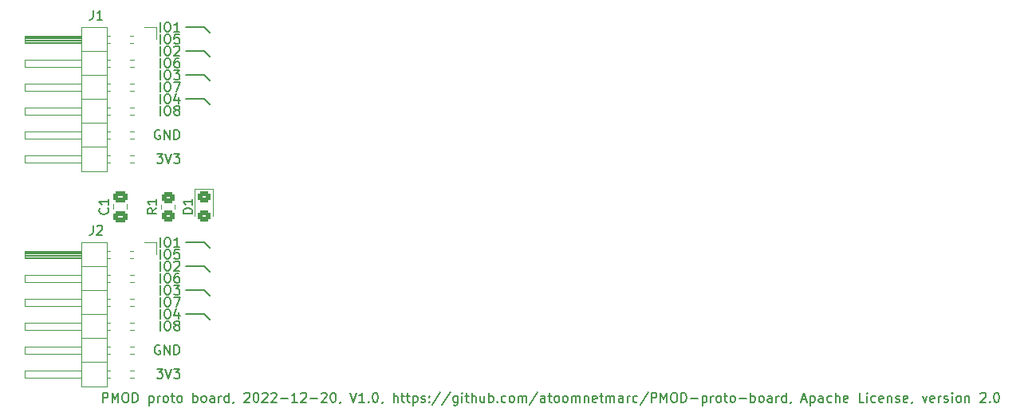
<source format=gto>
G04 #@! TF.GenerationSoftware,KiCad,Pcbnew,(6.0.9)*
G04 #@! TF.CreationDate,2022-11-21T20:36:18+01:00*
G04 #@! TF.ProjectId,PMOD proto board,504d4f44-2070-4726-9f74-6f20626f6172,V1.0*
G04 #@! TF.SameCoordinates,Original*
G04 #@! TF.FileFunction,Legend,Top*
G04 #@! TF.FilePolarity,Positive*
%FSLAX46Y46*%
G04 Gerber Fmt 4.6, Leading zero omitted, Abs format (unit mm)*
G04 Created by KiCad (PCBNEW (6.0.9)) date 2022-11-21 20:36:18*
%MOMM*%
%LPD*%
G01*
G04 APERTURE LIST*
G04 Aperture macros list*
%AMRoundRect*
0 Rectangle with rounded corners*
0 $1 Rounding radius*
0 $2 $3 $4 $5 $6 $7 $8 $9 X,Y pos of 4 corners*
0 Add a 4 corners polygon primitive as box body*
4,1,4,$2,$3,$4,$5,$6,$7,$8,$9,$2,$3,0*
0 Add four circle primitives for the rounded corners*
1,1,$1+$1,$2,$3*
1,1,$1+$1,$4,$5*
1,1,$1+$1,$6,$7*
1,1,$1+$1,$8,$9*
0 Add four rect primitives between the rounded corners*
20,1,$1+$1,$2,$3,$4,$5,0*
20,1,$1+$1,$4,$5,$6,$7,0*
20,1,$1+$1,$6,$7,$8,$9,0*
20,1,$1+$1,$8,$9,$2,$3,0*%
G04 Aperture macros list end*
%ADD10C,0.150000*%
%ADD11C,0.120000*%
%ADD12RoundRect,0.250000X0.450000X-0.350000X0.450000X0.350000X-0.450000X0.350000X-0.450000X-0.350000X0*%
%ADD13RoundRect,0.250000X-0.450000X0.325000X-0.450000X-0.325000X0.450000X-0.325000X0.450000X0.325000X0*%
%ADD14RoundRect,0.250000X0.475000X-0.337500X0.475000X0.337500X-0.475000X0.337500X-0.475000X-0.337500X0*%
%ADD15C,1.700000*%
%ADD16C,2.000000*%
%ADD17R,1.700000X1.700000*%
%ADD18O,1.700000X1.700000*%
G04 APERTURE END LIST*
D10*
X179705000Y-133350000D02*
X181610000Y-133350000D01*
X179705000Y-130810000D02*
X181610000Y-130810000D01*
X181610000Y-130810000D02*
X182880000Y-132080000D01*
X181610000Y-135890000D02*
X182880000Y-137160000D01*
X181610000Y-133350000D02*
X182880000Y-134620000D01*
X181610000Y-138430000D02*
X182880000Y-139700000D01*
X179705000Y-138430000D02*
X181610000Y-138430000D01*
X179705000Y-135890000D02*
X181610000Y-135890000D01*
X176940785Y-141740000D02*
X176845547Y-141692380D01*
X176702690Y-141692380D01*
X176559833Y-141740000D01*
X176464595Y-141835238D01*
X176416976Y-141930476D01*
X176369357Y-142120952D01*
X176369357Y-142263809D01*
X176416976Y-142454285D01*
X176464595Y-142549523D01*
X176559833Y-142644761D01*
X176702690Y-142692380D01*
X176797928Y-142692380D01*
X176940785Y-142644761D01*
X176988404Y-142597142D01*
X176988404Y-142263809D01*
X176797928Y-142263809D01*
X177416976Y-142692380D02*
X177416976Y-141692380D01*
X177988404Y-142692380D01*
X177988404Y-141692380D01*
X178464595Y-142692380D02*
X178464595Y-141692380D01*
X178702690Y-141692380D01*
X178845547Y-141740000D01*
X178940785Y-141835238D01*
X178988404Y-141930476D01*
X179036023Y-142120952D01*
X179036023Y-142263809D01*
X178988404Y-142454285D01*
X178940785Y-142549523D01*
X178845547Y-142644761D01*
X178702690Y-142692380D01*
X178464595Y-142692380D01*
X176607452Y-144232380D02*
X177226500Y-144232380D01*
X176893166Y-144613333D01*
X177036023Y-144613333D01*
X177131261Y-144660952D01*
X177178880Y-144708571D01*
X177226500Y-144803809D01*
X177226500Y-145041904D01*
X177178880Y-145137142D01*
X177131261Y-145184761D01*
X177036023Y-145232380D01*
X176750309Y-145232380D01*
X176655071Y-145184761D01*
X176607452Y-145137142D01*
X177512214Y-144232380D02*
X177845547Y-145232380D01*
X178178880Y-144232380D01*
X178416976Y-144232380D02*
X179036023Y-144232380D01*
X178702690Y-144613333D01*
X178845547Y-144613333D01*
X178940785Y-144660952D01*
X178988404Y-144708571D01*
X179036023Y-144803809D01*
X179036023Y-145041904D01*
X178988404Y-145137142D01*
X178940785Y-145184761D01*
X178845547Y-145232380D01*
X178559833Y-145232380D01*
X178464595Y-145184761D01*
X178416976Y-145137142D01*
X176988404Y-138882380D02*
X176988404Y-137882380D01*
X177655071Y-137882380D02*
X177845547Y-137882380D01*
X177940785Y-137930000D01*
X178036023Y-138025238D01*
X178083642Y-138215714D01*
X178083642Y-138549047D01*
X178036023Y-138739523D01*
X177940785Y-138834761D01*
X177845547Y-138882380D01*
X177655071Y-138882380D01*
X177559833Y-138834761D01*
X177464595Y-138739523D01*
X177416976Y-138549047D01*
X177416976Y-138215714D01*
X177464595Y-138025238D01*
X177559833Y-137930000D01*
X177655071Y-137882380D01*
X178940785Y-138215714D02*
X178940785Y-138882380D01*
X178702690Y-137834761D02*
X178464595Y-138549047D01*
X179083642Y-138549047D01*
X176988404Y-140152380D02*
X176988404Y-139152380D01*
X177655071Y-139152380D02*
X177845547Y-139152380D01*
X177940785Y-139200000D01*
X178036023Y-139295238D01*
X178083642Y-139485714D01*
X178083642Y-139819047D01*
X178036023Y-140009523D01*
X177940785Y-140104761D01*
X177845547Y-140152380D01*
X177655071Y-140152380D01*
X177559833Y-140104761D01*
X177464595Y-140009523D01*
X177416976Y-139819047D01*
X177416976Y-139485714D01*
X177464595Y-139295238D01*
X177559833Y-139200000D01*
X177655071Y-139152380D01*
X178655071Y-139580952D02*
X178559833Y-139533333D01*
X178512214Y-139485714D01*
X178464595Y-139390476D01*
X178464595Y-139342857D01*
X178512214Y-139247619D01*
X178559833Y-139200000D01*
X178655071Y-139152380D01*
X178845547Y-139152380D01*
X178940785Y-139200000D01*
X178988404Y-139247619D01*
X179036023Y-139342857D01*
X179036023Y-139390476D01*
X178988404Y-139485714D01*
X178940785Y-139533333D01*
X178845547Y-139580952D01*
X178655071Y-139580952D01*
X178559833Y-139628571D01*
X178512214Y-139676190D01*
X178464595Y-139771428D01*
X178464595Y-139961904D01*
X178512214Y-140057142D01*
X178559833Y-140104761D01*
X178655071Y-140152380D01*
X178845547Y-140152380D01*
X178940785Y-140104761D01*
X178988404Y-140057142D01*
X179036023Y-139961904D01*
X179036023Y-139771428D01*
X178988404Y-139676190D01*
X178940785Y-139628571D01*
X178845547Y-139580952D01*
X176988404Y-133802380D02*
X176988404Y-132802380D01*
X177655071Y-132802380D02*
X177845547Y-132802380D01*
X177940785Y-132850000D01*
X178036023Y-132945238D01*
X178083642Y-133135714D01*
X178083642Y-133469047D01*
X178036023Y-133659523D01*
X177940785Y-133754761D01*
X177845547Y-133802380D01*
X177655071Y-133802380D01*
X177559833Y-133754761D01*
X177464595Y-133659523D01*
X177416976Y-133469047D01*
X177416976Y-133135714D01*
X177464595Y-132945238D01*
X177559833Y-132850000D01*
X177655071Y-132802380D01*
X178464595Y-132897619D02*
X178512214Y-132850000D01*
X178607452Y-132802380D01*
X178845547Y-132802380D01*
X178940785Y-132850000D01*
X178988404Y-132897619D01*
X179036023Y-132992857D01*
X179036023Y-133088095D01*
X178988404Y-133230952D01*
X178416976Y-133802380D01*
X179036023Y-133802380D01*
X176988404Y-135072380D02*
X176988404Y-134072380D01*
X177655071Y-134072380D02*
X177845547Y-134072380D01*
X177940785Y-134120000D01*
X178036023Y-134215238D01*
X178083642Y-134405714D01*
X178083642Y-134739047D01*
X178036023Y-134929523D01*
X177940785Y-135024761D01*
X177845547Y-135072380D01*
X177655071Y-135072380D01*
X177559833Y-135024761D01*
X177464595Y-134929523D01*
X177416976Y-134739047D01*
X177416976Y-134405714D01*
X177464595Y-134215238D01*
X177559833Y-134120000D01*
X177655071Y-134072380D01*
X178940785Y-134072380D02*
X178750309Y-134072380D01*
X178655071Y-134120000D01*
X178607452Y-134167619D01*
X178512214Y-134310476D01*
X178464595Y-134500952D01*
X178464595Y-134881904D01*
X178512214Y-134977142D01*
X178559833Y-135024761D01*
X178655071Y-135072380D01*
X178845547Y-135072380D01*
X178940785Y-135024761D01*
X178988404Y-134977142D01*
X179036023Y-134881904D01*
X179036023Y-134643809D01*
X178988404Y-134548571D01*
X178940785Y-134500952D01*
X178845547Y-134453333D01*
X178655071Y-134453333D01*
X178559833Y-134500952D01*
X178512214Y-134548571D01*
X178464595Y-134643809D01*
X176988404Y-137612380D02*
X176988404Y-136612380D01*
X177655071Y-136612380D02*
X177845547Y-136612380D01*
X177940785Y-136660000D01*
X178036023Y-136755238D01*
X178083642Y-136945714D01*
X178083642Y-137279047D01*
X178036023Y-137469523D01*
X177940785Y-137564761D01*
X177845547Y-137612380D01*
X177655071Y-137612380D01*
X177559833Y-137564761D01*
X177464595Y-137469523D01*
X177416976Y-137279047D01*
X177416976Y-136945714D01*
X177464595Y-136755238D01*
X177559833Y-136660000D01*
X177655071Y-136612380D01*
X178416976Y-136612380D02*
X179083642Y-136612380D01*
X178655071Y-137612380D01*
X176988404Y-136342380D02*
X176988404Y-135342380D01*
X177655071Y-135342380D02*
X177845547Y-135342380D01*
X177940785Y-135390000D01*
X178036023Y-135485238D01*
X178083642Y-135675714D01*
X178083642Y-136009047D01*
X178036023Y-136199523D01*
X177940785Y-136294761D01*
X177845547Y-136342380D01*
X177655071Y-136342380D01*
X177559833Y-136294761D01*
X177464595Y-136199523D01*
X177416976Y-136009047D01*
X177416976Y-135675714D01*
X177464595Y-135485238D01*
X177559833Y-135390000D01*
X177655071Y-135342380D01*
X178416976Y-135342380D02*
X179036023Y-135342380D01*
X178702690Y-135723333D01*
X178845547Y-135723333D01*
X178940785Y-135770952D01*
X178988404Y-135818571D01*
X179036023Y-135913809D01*
X179036023Y-136151904D01*
X178988404Y-136247142D01*
X178940785Y-136294761D01*
X178845547Y-136342380D01*
X178559833Y-136342380D01*
X178464595Y-136294761D01*
X178416976Y-136247142D01*
X176988404Y-131262380D02*
X176988404Y-130262380D01*
X177655071Y-130262380D02*
X177845547Y-130262380D01*
X177940785Y-130310000D01*
X178036023Y-130405238D01*
X178083642Y-130595714D01*
X178083642Y-130929047D01*
X178036023Y-131119523D01*
X177940785Y-131214761D01*
X177845547Y-131262380D01*
X177655071Y-131262380D01*
X177559833Y-131214761D01*
X177464595Y-131119523D01*
X177416976Y-130929047D01*
X177416976Y-130595714D01*
X177464595Y-130405238D01*
X177559833Y-130310000D01*
X177655071Y-130262380D01*
X179036023Y-131262380D02*
X178464595Y-131262380D01*
X178750309Y-131262380D02*
X178750309Y-130262380D01*
X178655071Y-130405238D01*
X178559833Y-130500476D01*
X178464595Y-130548095D01*
X176988404Y-132532380D02*
X176988404Y-131532380D01*
X177655071Y-131532380D02*
X177845547Y-131532380D01*
X177940785Y-131580000D01*
X178036023Y-131675238D01*
X178083642Y-131865714D01*
X178083642Y-132199047D01*
X178036023Y-132389523D01*
X177940785Y-132484761D01*
X177845547Y-132532380D01*
X177655071Y-132532380D01*
X177559833Y-132484761D01*
X177464595Y-132389523D01*
X177416976Y-132199047D01*
X177416976Y-131865714D01*
X177464595Y-131675238D01*
X177559833Y-131580000D01*
X177655071Y-131532380D01*
X178988404Y-131532380D02*
X178512214Y-131532380D01*
X178464595Y-132008571D01*
X178512214Y-131960952D01*
X178607452Y-131913333D01*
X178845547Y-131913333D01*
X178940785Y-131960952D01*
X178988404Y-132008571D01*
X179036023Y-132103809D01*
X179036023Y-132341904D01*
X178988404Y-132437142D01*
X178940785Y-132484761D01*
X178845547Y-132532380D01*
X178607452Y-132532380D01*
X178512214Y-132484761D01*
X178464595Y-132437142D01*
X170868571Y-147772380D02*
X170868571Y-146772380D01*
X171249523Y-146772380D01*
X171344761Y-146820000D01*
X171392380Y-146867619D01*
X171440000Y-146962857D01*
X171440000Y-147105714D01*
X171392380Y-147200952D01*
X171344761Y-147248571D01*
X171249523Y-147296190D01*
X170868571Y-147296190D01*
X171868571Y-147772380D02*
X171868571Y-146772380D01*
X172201904Y-147486666D01*
X172535238Y-146772380D01*
X172535238Y-147772380D01*
X173201904Y-146772380D02*
X173392380Y-146772380D01*
X173487619Y-146820000D01*
X173582857Y-146915238D01*
X173630476Y-147105714D01*
X173630476Y-147439047D01*
X173582857Y-147629523D01*
X173487619Y-147724761D01*
X173392380Y-147772380D01*
X173201904Y-147772380D01*
X173106666Y-147724761D01*
X173011428Y-147629523D01*
X172963809Y-147439047D01*
X172963809Y-147105714D01*
X173011428Y-146915238D01*
X173106666Y-146820000D01*
X173201904Y-146772380D01*
X174059047Y-147772380D02*
X174059047Y-146772380D01*
X174297142Y-146772380D01*
X174440000Y-146820000D01*
X174535238Y-146915238D01*
X174582857Y-147010476D01*
X174630476Y-147200952D01*
X174630476Y-147343809D01*
X174582857Y-147534285D01*
X174535238Y-147629523D01*
X174440000Y-147724761D01*
X174297142Y-147772380D01*
X174059047Y-147772380D01*
X175820952Y-147105714D02*
X175820952Y-148105714D01*
X175820952Y-147153333D02*
X175916190Y-147105714D01*
X176106666Y-147105714D01*
X176201904Y-147153333D01*
X176249523Y-147200952D01*
X176297142Y-147296190D01*
X176297142Y-147581904D01*
X176249523Y-147677142D01*
X176201904Y-147724761D01*
X176106666Y-147772380D01*
X175916190Y-147772380D01*
X175820952Y-147724761D01*
X176725714Y-147772380D02*
X176725714Y-147105714D01*
X176725714Y-147296190D02*
X176773333Y-147200952D01*
X176820952Y-147153333D01*
X176916190Y-147105714D01*
X177011428Y-147105714D01*
X177487619Y-147772380D02*
X177392380Y-147724761D01*
X177344761Y-147677142D01*
X177297142Y-147581904D01*
X177297142Y-147296190D01*
X177344761Y-147200952D01*
X177392380Y-147153333D01*
X177487619Y-147105714D01*
X177630476Y-147105714D01*
X177725714Y-147153333D01*
X177773333Y-147200952D01*
X177820952Y-147296190D01*
X177820952Y-147581904D01*
X177773333Y-147677142D01*
X177725714Y-147724761D01*
X177630476Y-147772380D01*
X177487619Y-147772380D01*
X178106666Y-147105714D02*
X178487619Y-147105714D01*
X178249523Y-146772380D02*
X178249523Y-147629523D01*
X178297142Y-147724761D01*
X178392380Y-147772380D01*
X178487619Y-147772380D01*
X178963809Y-147772380D02*
X178868571Y-147724761D01*
X178820952Y-147677142D01*
X178773333Y-147581904D01*
X178773333Y-147296190D01*
X178820952Y-147200952D01*
X178868571Y-147153333D01*
X178963809Y-147105714D01*
X179106666Y-147105714D01*
X179201904Y-147153333D01*
X179249523Y-147200952D01*
X179297142Y-147296190D01*
X179297142Y-147581904D01*
X179249523Y-147677142D01*
X179201904Y-147724761D01*
X179106666Y-147772380D01*
X178963809Y-147772380D01*
X180487619Y-147772380D02*
X180487619Y-146772380D01*
X180487619Y-147153333D02*
X180582857Y-147105714D01*
X180773333Y-147105714D01*
X180868571Y-147153333D01*
X180916190Y-147200952D01*
X180963809Y-147296190D01*
X180963809Y-147581904D01*
X180916190Y-147677142D01*
X180868571Y-147724761D01*
X180773333Y-147772380D01*
X180582857Y-147772380D01*
X180487619Y-147724761D01*
X181535238Y-147772380D02*
X181440000Y-147724761D01*
X181392380Y-147677142D01*
X181344761Y-147581904D01*
X181344761Y-147296190D01*
X181392380Y-147200952D01*
X181440000Y-147153333D01*
X181535238Y-147105714D01*
X181678095Y-147105714D01*
X181773333Y-147153333D01*
X181820952Y-147200952D01*
X181868571Y-147296190D01*
X181868571Y-147581904D01*
X181820952Y-147677142D01*
X181773333Y-147724761D01*
X181678095Y-147772380D01*
X181535238Y-147772380D01*
X182725714Y-147772380D02*
X182725714Y-147248571D01*
X182678095Y-147153333D01*
X182582857Y-147105714D01*
X182392380Y-147105714D01*
X182297142Y-147153333D01*
X182725714Y-147724761D02*
X182630476Y-147772380D01*
X182392380Y-147772380D01*
X182297142Y-147724761D01*
X182249523Y-147629523D01*
X182249523Y-147534285D01*
X182297142Y-147439047D01*
X182392380Y-147391428D01*
X182630476Y-147391428D01*
X182725714Y-147343809D01*
X183201904Y-147772380D02*
X183201904Y-147105714D01*
X183201904Y-147296190D02*
X183249523Y-147200952D01*
X183297142Y-147153333D01*
X183392380Y-147105714D01*
X183487619Y-147105714D01*
X184249523Y-147772380D02*
X184249523Y-146772380D01*
X184249523Y-147724761D02*
X184154285Y-147772380D01*
X183963809Y-147772380D01*
X183868571Y-147724761D01*
X183820952Y-147677142D01*
X183773333Y-147581904D01*
X183773333Y-147296190D01*
X183820952Y-147200952D01*
X183868571Y-147153333D01*
X183963809Y-147105714D01*
X184154285Y-147105714D01*
X184249523Y-147153333D01*
X184773333Y-147724761D02*
X184773333Y-147772380D01*
X184725714Y-147867619D01*
X184678095Y-147915238D01*
X185916190Y-146867619D02*
X185963809Y-146820000D01*
X186059047Y-146772380D01*
X186297142Y-146772380D01*
X186392380Y-146820000D01*
X186440000Y-146867619D01*
X186487619Y-146962857D01*
X186487619Y-147058095D01*
X186440000Y-147200952D01*
X185868571Y-147772380D01*
X186487619Y-147772380D01*
X187106666Y-146772380D02*
X187201904Y-146772380D01*
X187297142Y-146820000D01*
X187344761Y-146867619D01*
X187392380Y-146962857D01*
X187440000Y-147153333D01*
X187440000Y-147391428D01*
X187392380Y-147581904D01*
X187344761Y-147677142D01*
X187297142Y-147724761D01*
X187201904Y-147772380D01*
X187106666Y-147772380D01*
X187011428Y-147724761D01*
X186963809Y-147677142D01*
X186916190Y-147581904D01*
X186868571Y-147391428D01*
X186868571Y-147153333D01*
X186916190Y-146962857D01*
X186963809Y-146867619D01*
X187011428Y-146820000D01*
X187106666Y-146772380D01*
X187820952Y-146867619D02*
X187868571Y-146820000D01*
X187963809Y-146772380D01*
X188201904Y-146772380D01*
X188297142Y-146820000D01*
X188344761Y-146867619D01*
X188392380Y-146962857D01*
X188392380Y-147058095D01*
X188344761Y-147200952D01*
X187773333Y-147772380D01*
X188392380Y-147772380D01*
X188773333Y-146867619D02*
X188820952Y-146820000D01*
X188916190Y-146772380D01*
X189154285Y-146772380D01*
X189249523Y-146820000D01*
X189297142Y-146867619D01*
X189344761Y-146962857D01*
X189344761Y-147058095D01*
X189297142Y-147200952D01*
X188725714Y-147772380D01*
X189344761Y-147772380D01*
X189773333Y-147391428D02*
X190535238Y-147391428D01*
X191535238Y-147772380D02*
X190963809Y-147772380D01*
X191249523Y-147772380D02*
X191249523Y-146772380D01*
X191154285Y-146915238D01*
X191059047Y-147010476D01*
X190963809Y-147058095D01*
X191916190Y-146867619D02*
X191963809Y-146820000D01*
X192059047Y-146772380D01*
X192297142Y-146772380D01*
X192392380Y-146820000D01*
X192440000Y-146867619D01*
X192487619Y-146962857D01*
X192487619Y-147058095D01*
X192440000Y-147200952D01*
X191868571Y-147772380D01*
X192487619Y-147772380D01*
X192916190Y-147391428D02*
X193678095Y-147391428D01*
X194106666Y-146867619D02*
X194154285Y-146820000D01*
X194249523Y-146772380D01*
X194487619Y-146772380D01*
X194582857Y-146820000D01*
X194630476Y-146867619D01*
X194678095Y-146962857D01*
X194678095Y-147058095D01*
X194630476Y-147200952D01*
X194059047Y-147772380D01*
X194678095Y-147772380D01*
X195297142Y-146772380D02*
X195392380Y-146772380D01*
X195487619Y-146820000D01*
X195535238Y-146867619D01*
X195582857Y-146962857D01*
X195630476Y-147153333D01*
X195630476Y-147391428D01*
X195582857Y-147581904D01*
X195535238Y-147677142D01*
X195487619Y-147724761D01*
X195392380Y-147772380D01*
X195297142Y-147772380D01*
X195201904Y-147724761D01*
X195154285Y-147677142D01*
X195106666Y-147581904D01*
X195059047Y-147391428D01*
X195059047Y-147153333D01*
X195106666Y-146962857D01*
X195154285Y-146867619D01*
X195201904Y-146820000D01*
X195297142Y-146772380D01*
X196106666Y-147724761D02*
X196106666Y-147772380D01*
X196059047Y-147867619D01*
X196011428Y-147915238D01*
X197154285Y-146772380D02*
X197487619Y-147772380D01*
X197820952Y-146772380D01*
X198678095Y-147772380D02*
X198106666Y-147772380D01*
X198392380Y-147772380D02*
X198392380Y-146772380D01*
X198297142Y-146915238D01*
X198201904Y-147010476D01*
X198106666Y-147058095D01*
X199106666Y-147677142D02*
X199154285Y-147724761D01*
X199106666Y-147772380D01*
X199059047Y-147724761D01*
X199106666Y-147677142D01*
X199106666Y-147772380D01*
X199773333Y-146772380D02*
X199868571Y-146772380D01*
X199963809Y-146820000D01*
X200011428Y-146867619D01*
X200059047Y-146962857D01*
X200106666Y-147153333D01*
X200106666Y-147391428D01*
X200059047Y-147581904D01*
X200011428Y-147677142D01*
X199963809Y-147724761D01*
X199868571Y-147772380D01*
X199773333Y-147772380D01*
X199678095Y-147724761D01*
X199630476Y-147677142D01*
X199582857Y-147581904D01*
X199535238Y-147391428D01*
X199535238Y-147153333D01*
X199582857Y-146962857D01*
X199630476Y-146867619D01*
X199678095Y-146820000D01*
X199773333Y-146772380D01*
X200582857Y-147724761D02*
X200582857Y-147772380D01*
X200535238Y-147867619D01*
X200487619Y-147915238D01*
X201773333Y-147772380D02*
X201773333Y-146772380D01*
X202201904Y-147772380D02*
X202201904Y-147248571D01*
X202154285Y-147153333D01*
X202059047Y-147105714D01*
X201916190Y-147105714D01*
X201820952Y-147153333D01*
X201773333Y-147200952D01*
X202535238Y-147105714D02*
X202916190Y-147105714D01*
X202678095Y-146772380D02*
X202678095Y-147629523D01*
X202725714Y-147724761D01*
X202820952Y-147772380D01*
X202916190Y-147772380D01*
X203106666Y-147105714D02*
X203487619Y-147105714D01*
X203249523Y-146772380D02*
X203249523Y-147629523D01*
X203297142Y-147724761D01*
X203392380Y-147772380D01*
X203487619Y-147772380D01*
X203820952Y-147105714D02*
X203820952Y-148105714D01*
X203820952Y-147153333D02*
X203916190Y-147105714D01*
X204106666Y-147105714D01*
X204201904Y-147153333D01*
X204249523Y-147200952D01*
X204297142Y-147296190D01*
X204297142Y-147581904D01*
X204249523Y-147677142D01*
X204201904Y-147724761D01*
X204106666Y-147772380D01*
X203916190Y-147772380D01*
X203820952Y-147724761D01*
X204678095Y-147724761D02*
X204773333Y-147772380D01*
X204963809Y-147772380D01*
X205059047Y-147724761D01*
X205106666Y-147629523D01*
X205106666Y-147581904D01*
X205059047Y-147486666D01*
X204963809Y-147439047D01*
X204820952Y-147439047D01*
X204725714Y-147391428D01*
X204678095Y-147296190D01*
X204678095Y-147248571D01*
X204725714Y-147153333D01*
X204820952Y-147105714D01*
X204963809Y-147105714D01*
X205059047Y-147153333D01*
X205535238Y-147677142D02*
X205582857Y-147724761D01*
X205535238Y-147772380D01*
X205487619Y-147724761D01*
X205535238Y-147677142D01*
X205535238Y-147772380D01*
X205535238Y-147153333D02*
X205582857Y-147200952D01*
X205535238Y-147248571D01*
X205487619Y-147200952D01*
X205535238Y-147153333D01*
X205535238Y-147248571D01*
X206725714Y-146724761D02*
X205868571Y-148010476D01*
X207773333Y-146724761D02*
X206916190Y-148010476D01*
X208535238Y-147105714D02*
X208535238Y-147915238D01*
X208487619Y-148010476D01*
X208440000Y-148058095D01*
X208344761Y-148105714D01*
X208201904Y-148105714D01*
X208106666Y-148058095D01*
X208535238Y-147724761D02*
X208440000Y-147772380D01*
X208249523Y-147772380D01*
X208154285Y-147724761D01*
X208106666Y-147677142D01*
X208059047Y-147581904D01*
X208059047Y-147296190D01*
X208106666Y-147200952D01*
X208154285Y-147153333D01*
X208249523Y-147105714D01*
X208440000Y-147105714D01*
X208535238Y-147153333D01*
X209011428Y-147772380D02*
X209011428Y-147105714D01*
X209011428Y-146772380D02*
X208963809Y-146820000D01*
X209011428Y-146867619D01*
X209059047Y-146820000D01*
X209011428Y-146772380D01*
X209011428Y-146867619D01*
X209344761Y-147105714D02*
X209725714Y-147105714D01*
X209487619Y-146772380D02*
X209487619Y-147629523D01*
X209535238Y-147724761D01*
X209630476Y-147772380D01*
X209725714Y-147772380D01*
X210059047Y-147772380D02*
X210059047Y-146772380D01*
X210487619Y-147772380D02*
X210487619Y-147248571D01*
X210440000Y-147153333D01*
X210344761Y-147105714D01*
X210201904Y-147105714D01*
X210106666Y-147153333D01*
X210059047Y-147200952D01*
X211392380Y-147105714D02*
X211392380Y-147772380D01*
X210963809Y-147105714D02*
X210963809Y-147629523D01*
X211011428Y-147724761D01*
X211106666Y-147772380D01*
X211249523Y-147772380D01*
X211344761Y-147724761D01*
X211392380Y-147677142D01*
X211868571Y-147772380D02*
X211868571Y-146772380D01*
X211868571Y-147153333D02*
X211963809Y-147105714D01*
X212154285Y-147105714D01*
X212249523Y-147153333D01*
X212297142Y-147200952D01*
X212344761Y-147296190D01*
X212344761Y-147581904D01*
X212297142Y-147677142D01*
X212249523Y-147724761D01*
X212154285Y-147772380D01*
X211963809Y-147772380D01*
X211868571Y-147724761D01*
X212773333Y-147677142D02*
X212820952Y-147724761D01*
X212773333Y-147772380D01*
X212725714Y-147724761D01*
X212773333Y-147677142D01*
X212773333Y-147772380D01*
X213678095Y-147724761D02*
X213582857Y-147772380D01*
X213392380Y-147772380D01*
X213297142Y-147724761D01*
X213249523Y-147677142D01*
X213201904Y-147581904D01*
X213201904Y-147296190D01*
X213249523Y-147200952D01*
X213297142Y-147153333D01*
X213392380Y-147105714D01*
X213582857Y-147105714D01*
X213678095Y-147153333D01*
X214249523Y-147772380D02*
X214154285Y-147724761D01*
X214106666Y-147677142D01*
X214059047Y-147581904D01*
X214059047Y-147296190D01*
X214106666Y-147200952D01*
X214154285Y-147153333D01*
X214249523Y-147105714D01*
X214392380Y-147105714D01*
X214487619Y-147153333D01*
X214535238Y-147200952D01*
X214582857Y-147296190D01*
X214582857Y-147581904D01*
X214535238Y-147677142D01*
X214487619Y-147724761D01*
X214392380Y-147772380D01*
X214249523Y-147772380D01*
X215011428Y-147772380D02*
X215011428Y-147105714D01*
X215011428Y-147200952D02*
X215059047Y-147153333D01*
X215154285Y-147105714D01*
X215297142Y-147105714D01*
X215392380Y-147153333D01*
X215440000Y-147248571D01*
X215440000Y-147772380D01*
X215440000Y-147248571D02*
X215487619Y-147153333D01*
X215582857Y-147105714D01*
X215725714Y-147105714D01*
X215820952Y-147153333D01*
X215868571Y-147248571D01*
X215868571Y-147772380D01*
X217059047Y-146724761D02*
X216201904Y-148010476D01*
X217820952Y-147772380D02*
X217820952Y-147248571D01*
X217773333Y-147153333D01*
X217678095Y-147105714D01*
X217487619Y-147105714D01*
X217392380Y-147153333D01*
X217820952Y-147724761D02*
X217725714Y-147772380D01*
X217487619Y-147772380D01*
X217392380Y-147724761D01*
X217344761Y-147629523D01*
X217344761Y-147534285D01*
X217392380Y-147439047D01*
X217487619Y-147391428D01*
X217725714Y-147391428D01*
X217820952Y-147343809D01*
X218154285Y-147105714D02*
X218535238Y-147105714D01*
X218297142Y-146772380D02*
X218297142Y-147629523D01*
X218344761Y-147724761D01*
X218440000Y-147772380D01*
X218535238Y-147772380D01*
X219011428Y-147772380D02*
X218916190Y-147724761D01*
X218868571Y-147677142D01*
X218820952Y-147581904D01*
X218820952Y-147296190D01*
X218868571Y-147200952D01*
X218916190Y-147153333D01*
X219011428Y-147105714D01*
X219154285Y-147105714D01*
X219249523Y-147153333D01*
X219297142Y-147200952D01*
X219344761Y-147296190D01*
X219344761Y-147581904D01*
X219297142Y-147677142D01*
X219249523Y-147724761D01*
X219154285Y-147772380D01*
X219011428Y-147772380D01*
X219916190Y-147772380D02*
X219820952Y-147724761D01*
X219773333Y-147677142D01*
X219725714Y-147581904D01*
X219725714Y-147296190D01*
X219773333Y-147200952D01*
X219820952Y-147153333D01*
X219916190Y-147105714D01*
X220059047Y-147105714D01*
X220154285Y-147153333D01*
X220201904Y-147200952D01*
X220249523Y-147296190D01*
X220249523Y-147581904D01*
X220201904Y-147677142D01*
X220154285Y-147724761D01*
X220059047Y-147772380D01*
X219916190Y-147772380D01*
X220678095Y-147772380D02*
X220678095Y-147105714D01*
X220678095Y-147200952D02*
X220725714Y-147153333D01*
X220820952Y-147105714D01*
X220963809Y-147105714D01*
X221059047Y-147153333D01*
X221106666Y-147248571D01*
X221106666Y-147772380D01*
X221106666Y-147248571D02*
X221154285Y-147153333D01*
X221249523Y-147105714D01*
X221392380Y-147105714D01*
X221487619Y-147153333D01*
X221535238Y-147248571D01*
X221535238Y-147772380D01*
X222011428Y-147105714D02*
X222011428Y-147772380D01*
X222011428Y-147200952D02*
X222059047Y-147153333D01*
X222154285Y-147105714D01*
X222297142Y-147105714D01*
X222392380Y-147153333D01*
X222440000Y-147248571D01*
X222440000Y-147772380D01*
X223297142Y-147724761D02*
X223201904Y-147772380D01*
X223011428Y-147772380D01*
X222916190Y-147724761D01*
X222868571Y-147629523D01*
X222868571Y-147248571D01*
X222916190Y-147153333D01*
X223011428Y-147105714D01*
X223201904Y-147105714D01*
X223297142Y-147153333D01*
X223344761Y-147248571D01*
X223344761Y-147343809D01*
X222868571Y-147439047D01*
X223630476Y-147105714D02*
X224011428Y-147105714D01*
X223773333Y-146772380D02*
X223773333Y-147629523D01*
X223820952Y-147724761D01*
X223916190Y-147772380D01*
X224011428Y-147772380D01*
X224344761Y-147772380D02*
X224344761Y-147105714D01*
X224344761Y-147200952D02*
X224392380Y-147153333D01*
X224487619Y-147105714D01*
X224630476Y-147105714D01*
X224725714Y-147153333D01*
X224773333Y-147248571D01*
X224773333Y-147772380D01*
X224773333Y-147248571D02*
X224820952Y-147153333D01*
X224916190Y-147105714D01*
X225059047Y-147105714D01*
X225154285Y-147153333D01*
X225201904Y-147248571D01*
X225201904Y-147772380D01*
X226106666Y-147772380D02*
X226106666Y-147248571D01*
X226059047Y-147153333D01*
X225963809Y-147105714D01*
X225773333Y-147105714D01*
X225678095Y-147153333D01*
X226106666Y-147724761D02*
X226011428Y-147772380D01*
X225773333Y-147772380D01*
X225678095Y-147724761D01*
X225630476Y-147629523D01*
X225630476Y-147534285D01*
X225678095Y-147439047D01*
X225773333Y-147391428D01*
X226011428Y-147391428D01*
X226106666Y-147343809D01*
X226582857Y-147772380D02*
X226582857Y-147105714D01*
X226582857Y-147296190D02*
X226630476Y-147200952D01*
X226678095Y-147153333D01*
X226773333Y-147105714D01*
X226868571Y-147105714D01*
X227630476Y-147724761D02*
X227535238Y-147772380D01*
X227344761Y-147772380D01*
X227249523Y-147724761D01*
X227201904Y-147677142D01*
X227154285Y-147581904D01*
X227154285Y-147296190D01*
X227201904Y-147200952D01*
X227249523Y-147153333D01*
X227344761Y-147105714D01*
X227535238Y-147105714D01*
X227630476Y-147153333D01*
X228773333Y-146724761D02*
X227916190Y-148010476D01*
X229106666Y-147772380D02*
X229106666Y-146772380D01*
X229487619Y-146772380D01*
X229582857Y-146820000D01*
X229630476Y-146867619D01*
X229678095Y-146962857D01*
X229678095Y-147105714D01*
X229630476Y-147200952D01*
X229582857Y-147248571D01*
X229487619Y-147296190D01*
X229106666Y-147296190D01*
X230106666Y-147772380D02*
X230106666Y-146772380D01*
X230440000Y-147486666D01*
X230773333Y-146772380D01*
X230773333Y-147772380D01*
X231440000Y-146772380D02*
X231630476Y-146772380D01*
X231725714Y-146820000D01*
X231820952Y-146915238D01*
X231868571Y-147105714D01*
X231868571Y-147439047D01*
X231820952Y-147629523D01*
X231725714Y-147724761D01*
X231630476Y-147772380D01*
X231440000Y-147772380D01*
X231344761Y-147724761D01*
X231249523Y-147629523D01*
X231201904Y-147439047D01*
X231201904Y-147105714D01*
X231249523Y-146915238D01*
X231344761Y-146820000D01*
X231440000Y-146772380D01*
X232297142Y-147772380D02*
X232297142Y-146772380D01*
X232535238Y-146772380D01*
X232678095Y-146820000D01*
X232773333Y-146915238D01*
X232820952Y-147010476D01*
X232868571Y-147200952D01*
X232868571Y-147343809D01*
X232820952Y-147534285D01*
X232773333Y-147629523D01*
X232678095Y-147724761D01*
X232535238Y-147772380D01*
X232297142Y-147772380D01*
X233297142Y-147391428D02*
X234059047Y-147391428D01*
X234535238Y-147105714D02*
X234535238Y-148105714D01*
X234535238Y-147153333D02*
X234630476Y-147105714D01*
X234820952Y-147105714D01*
X234916190Y-147153333D01*
X234963809Y-147200952D01*
X235011428Y-147296190D01*
X235011428Y-147581904D01*
X234963809Y-147677142D01*
X234916190Y-147724761D01*
X234820952Y-147772380D01*
X234630476Y-147772380D01*
X234535238Y-147724761D01*
X235440000Y-147772380D02*
X235440000Y-147105714D01*
X235440000Y-147296190D02*
X235487619Y-147200952D01*
X235535238Y-147153333D01*
X235630476Y-147105714D01*
X235725714Y-147105714D01*
X236201904Y-147772380D02*
X236106666Y-147724761D01*
X236059047Y-147677142D01*
X236011428Y-147581904D01*
X236011428Y-147296190D01*
X236059047Y-147200952D01*
X236106666Y-147153333D01*
X236201904Y-147105714D01*
X236344761Y-147105714D01*
X236440000Y-147153333D01*
X236487619Y-147200952D01*
X236535238Y-147296190D01*
X236535238Y-147581904D01*
X236487619Y-147677142D01*
X236440000Y-147724761D01*
X236344761Y-147772380D01*
X236201904Y-147772380D01*
X236820952Y-147105714D02*
X237201904Y-147105714D01*
X236963809Y-146772380D02*
X236963809Y-147629523D01*
X237011428Y-147724761D01*
X237106666Y-147772380D01*
X237201904Y-147772380D01*
X237678095Y-147772380D02*
X237582857Y-147724761D01*
X237535238Y-147677142D01*
X237487619Y-147581904D01*
X237487619Y-147296190D01*
X237535238Y-147200952D01*
X237582857Y-147153333D01*
X237678095Y-147105714D01*
X237820952Y-147105714D01*
X237916190Y-147153333D01*
X237963809Y-147200952D01*
X238011428Y-147296190D01*
X238011428Y-147581904D01*
X237963809Y-147677142D01*
X237916190Y-147724761D01*
X237820952Y-147772380D01*
X237678095Y-147772380D01*
X238440000Y-147391428D02*
X239201904Y-147391428D01*
X239678095Y-147772380D02*
X239678095Y-146772380D01*
X239678095Y-147153333D02*
X239773333Y-147105714D01*
X239963809Y-147105714D01*
X240059047Y-147153333D01*
X240106666Y-147200952D01*
X240154285Y-147296190D01*
X240154285Y-147581904D01*
X240106666Y-147677142D01*
X240059047Y-147724761D01*
X239963809Y-147772380D01*
X239773333Y-147772380D01*
X239678095Y-147724761D01*
X240725714Y-147772380D02*
X240630476Y-147724761D01*
X240582857Y-147677142D01*
X240535238Y-147581904D01*
X240535238Y-147296190D01*
X240582857Y-147200952D01*
X240630476Y-147153333D01*
X240725714Y-147105714D01*
X240868571Y-147105714D01*
X240963809Y-147153333D01*
X241011428Y-147200952D01*
X241059047Y-147296190D01*
X241059047Y-147581904D01*
X241011428Y-147677142D01*
X240963809Y-147724761D01*
X240868571Y-147772380D01*
X240725714Y-147772380D01*
X241916190Y-147772380D02*
X241916190Y-147248571D01*
X241868571Y-147153333D01*
X241773333Y-147105714D01*
X241582857Y-147105714D01*
X241487619Y-147153333D01*
X241916190Y-147724761D02*
X241820952Y-147772380D01*
X241582857Y-147772380D01*
X241487619Y-147724761D01*
X241440000Y-147629523D01*
X241440000Y-147534285D01*
X241487619Y-147439047D01*
X241582857Y-147391428D01*
X241820952Y-147391428D01*
X241916190Y-147343809D01*
X242392380Y-147772380D02*
X242392380Y-147105714D01*
X242392380Y-147296190D02*
X242440000Y-147200952D01*
X242487619Y-147153333D01*
X242582857Y-147105714D01*
X242678095Y-147105714D01*
X243440000Y-147772380D02*
X243440000Y-146772380D01*
X243440000Y-147724761D02*
X243344761Y-147772380D01*
X243154285Y-147772380D01*
X243059047Y-147724761D01*
X243011428Y-147677142D01*
X242963809Y-147581904D01*
X242963809Y-147296190D01*
X243011428Y-147200952D01*
X243059047Y-147153333D01*
X243154285Y-147105714D01*
X243344761Y-147105714D01*
X243440000Y-147153333D01*
X243963809Y-147724761D02*
X243963809Y-147772380D01*
X243916190Y-147867619D01*
X243868571Y-147915238D01*
X245106666Y-147486666D02*
X245582857Y-147486666D01*
X245011428Y-147772380D02*
X245344761Y-146772380D01*
X245678095Y-147772380D01*
X246011428Y-147105714D02*
X246011428Y-148105714D01*
X246011428Y-147153333D02*
X246106666Y-147105714D01*
X246297142Y-147105714D01*
X246392380Y-147153333D01*
X246440000Y-147200952D01*
X246487619Y-147296190D01*
X246487619Y-147581904D01*
X246440000Y-147677142D01*
X246392380Y-147724761D01*
X246297142Y-147772380D01*
X246106666Y-147772380D01*
X246011428Y-147724761D01*
X247344761Y-147772380D02*
X247344761Y-147248571D01*
X247297142Y-147153333D01*
X247201904Y-147105714D01*
X247011428Y-147105714D01*
X246916190Y-147153333D01*
X247344761Y-147724761D02*
X247249523Y-147772380D01*
X247011428Y-147772380D01*
X246916190Y-147724761D01*
X246868571Y-147629523D01*
X246868571Y-147534285D01*
X246916190Y-147439047D01*
X247011428Y-147391428D01*
X247249523Y-147391428D01*
X247344761Y-147343809D01*
X248249523Y-147724761D02*
X248154285Y-147772380D01*
X247963809Y-147772380D01*
X247868571Y-147724761D01*
X247820952Y-147677142D01*
X247773333Y-147581904D01*
X247773333Y-147296190D01*
X247820952Y-147200952D01*
X247868571Y-147153333D01*
X247963809Y-147105714D01*
X248154285Y-147105714D01*
X248249523Y-147153333D01*
X248678095Y-147772380D02*
X248678095Y-146772380D01*
X249106666Y-147772380D02*
X249106666Y-147248571D01*
X249059047Y-147153333D01*
X248963809Y-147105714D01*
X248820952Y-147105714D01*
X248725714Y-147153333D01*
X248678095Y-147200952D01*
X249963809Y-147724761D02*
X249868571Y-147772380D01*
X249678095Y-147772380D01*
X249582857Y-147724761D01*
X249535238Y-147629523D01*
X249535238Y-147248571D01*
X249582857Y-147153333D01*
X249678095Y-147105714D01*
X249868571Y-147105714D01*
X249963809Y-147153333D01*
X250011428Y-147248571D01*
X250011428Y-147343809D01*
X249535238Y-147439047D01*
X251678095Y-147772380D02*
X251201904Y-147772380D01*
X251201904Y-146772380D01*
X252011428Y-147772380D02*
X252011428Y-147105714D01*
X252011428Y-146772380D02*
X251963809Y-146820000D01*
X252011428Y-146867619D01*
X252059047Y-146820000D01*
X252011428Y-146772380D01*
X252011428Y-146867619D01*
X252916190Y-147724761D02*
X252820952Y-147772380D01*
X252630476Y-147772380D01*
X252535238Y-147724761D01*
X252487619Y-147677142D01*
X252440000Y-147581904D01*
X252440000Y-147296190D01*
X252487619Y-147200952D01*
X252535238Y-147153333D01*
X252630476Y-147105714D01*
X252820952Y-147105714D01*
X252916190Y-147153333D01*
X253725714Y-147724761D02*
X253630476Y-147772380D01*
X253440000Y-147772380D01*
X253344761Y-147724761D01*
X253297142Y-147629523D01*
X253297142Y-147248571D01*
X253344761Y-147153333D01*
X253440000Y-147105714D01*
X253630476Y-147105714D01*
X253725714Y-147153333D01*
X253773333Y-147248571D01*
X253773333Y-147343809D01*
X253297142Y-147439047D01*
X254201904Y-147105714D02*
X254201904Y-147772380D01*
X254201904Y-147200952D02*
X254249523Y-147153333D01*
X254344761Y-147105714D01*
X254487619Y-147105714D01*
X254582857Y-147153333D01*
X254630476Y-147248571D01*
X254630476Y-147772380D01*
X255059047Y-147724761D02*
X255154285Y-147772380D01*
X255344761Y-147772380D01*
X255440000Y-147724761D01*
X255487619Y-147629523D01*
X255487619Y-147581904D01*
X255440000Y-147486666D01*
X255344761Y-147439047D01*
X255201904Y-147439047D01*
X255106666Y-147391428D01*
X255059047Y-147296190D01*
X255059047Y-147248571D01*
X255106666Y-147153333D01*
X255201904Y-147105714D01*
X255344761Y-147105714D01*
X255440000Y-147153333D01*
X256297142Y-147724761D02*
X256201904Y-147772380D01*
X256011428Y-147772380D01*
X255916190Y-147724761D01*
X255868571Y-147629523D01*
X255868571Y-147248571D01*
X255916190Y-147153333D01*
X256011428Y-147105714D01*
X256201904Y-147105714D01*
X256297142Y-147153333D01*
X256344761Y-147248571D01*
X256344761Y-147343809D01*
X255868571Y-147439047D01*
X256820952Y-147724761D02*
X256820952Y-147772380D01*
X256773333Y-147867619D01*
X256725714Y-147915238D01*
X257916190Y-147105714D02*
X258154285Y-147772380D01*
X258392380Y-147105714D01*
X259154285Y-147724761D02*
X259059047Y-147772380D01*
X258868571Y-147772380D01*
X258773333Y-147724761D01*
X258725714Y-147629523D01*
X258725714Y-147248571D01*
X258773333Y-147153333D01*
X258868571Y-147105714D01*
X259059047Y-147105714D01*
X259154285Y-147153333D01*
X259201904Y-147248571D01*
X259201904Y-147343809D01*
X258725714Y-147439047D01*
X259630476Y-147772380D02*
X259630476Y-147105714D01*
X259630476Y-147296190D02*
X259678095Y-147200952D01*
X259725714Y-147153333D01*
X259820952Y-147105714D01*
X259916190Y-147105714D01*
X260201904Y-147724761D02*
X260297142Y-147772380D01*
X260487619Y-147772380D01*
X260582857Y-147724761D01*
X260630476Y-147629523D01*
X260630476Y-147581904D01*
X260582857Y-147486666D01*
X260487619Y-147439047D01*
X260344761Y-147439047D01*
X260249523Y-147391428D01*
X260201904Y-147296190D01*
X260201904Y-147248571D01*
X260249523Y-147153333D01*
X260344761Y-147105714D01*
X260487619Y-147105714D01*
X260582857Y-147153333D01*
X261059047Y-147772380D02*
X261059047Y-147105714D01*
X261059047Y-146772380D02*
X261011428Y-146820000D01*
X261059047Y-146867619D01*
X261106666Y-146820000D01*
X261059047Y-146772380D01*
X261059047Y-146867619D01*
X261678095Y-147772380D02*
X261582857Y-147724761D01*
X261535238Y-147677142D01*
X261487619Y-147581904D01*
X261487619Y-147296190D01*
X261535238Y-147200952D01*
X261582857Y-147153333D01*
X261678095Y-147105714D01*
X261820952Y-147105714D01*
X261916190Y-147153333D01*
X261963809Y-147200952D01*
X262011428Y-147296190D01*
X262011428Y-147581904D01*
X261963809Y-147677142D01*
X261916190Y-147724761D01*
X261820952Y-147772380D01*
X261678095Y-147772380D01*
X262440000Y-147105714D02*
X262440000Y-147772380D01*
X262440000Y-147200952D02*
X262487619Y-147153333D01*
X262582857Y-147105714D01*
X262725714Y-147105714D01*
X262820952Y-147153333D01*
X262868571Y-147248571D01*
X262868571Y-147772380D01*
X264059047Y-146867619D02*
X264106666Y-146820000D01*
X264201904Y-146772380D01*
X264440000Y-146772380D01*
X264535238Y-146820000D01*
X264582857Y-146867619D01*
X264630476Y-146962857D01*
X264630476Y-147058095D01*
X264582857Y-147200952D01*
X264011428Y-147772380D01*
X264630476Y-147772380D01*
X265059047Y-147677142D02*
X265106666Y-147724761D01*
X265059047Y-147772380D01*
X265011428Y-147724761D01*
X265059047Y-147677142D01*
X265059047Y-147772380D01*
X265725714Y-146772380D02*
X265820952Y-146772380D01*
X265916190Y-146820000D01*
X265963809Y-146867619D01*
X266011428Y-146962857D01*
X266059047Y-147153333D01*
X266059047Y-147391428D01*
X266011428Y-147581904D01*
X265963809Y-147677142D01*
X265916190Y-147724761D01*
X265820952Y-147772380D01*
X265725714Y-147772380D01*
X265630476Y-147724761D01*
X265582857Y-147677142D01*
X265535238Y-147581904D01*
X265487619Y-147391428D01*
X265487619Y-147153333D01*
X265535238Y-146962857D01*
X265582857Y-146867619D01*
X265630476Y-146820000D01*
X265725714Y-146772380D01*
X176940785Y-118880000D02*
X176845547Y-118832380D01*
X176702690Y-118832380D01*
X176559833Y-118880000D01*
X176464595Y-118975238D01*
X176416976Y-119070476D01*
X176369357Y-119260952D01*
X176369357Y-119403809D01*
X176416976Y-119594285D01*
X176464595Y-119689523D01*
X176559833Y-119784761D01*
X176702690Y-119832380D01*
X176797928Y-119832380D01*
X176940785Y-119784761D01*
X176988404Y-119737142D01*
X176988404Y-119403809D01*
X176797928Y-119403809D01*
X177416976Y-119832380D02*
X177416976Y-118832380D01*
X177988404Y-119832380D01*
X177988404Y-118832380D01*
X178464595Y-119832380D02*
X178464595Y-118832380D01*
X178702690Y-118832380D01*
X178845547Y-118880000D01*
X178940785Y-118975238D01*
X178988404Y-119070476D01*
X179036023Y-119260952D01*
X179036023Y-119403809D01*
X178988404Y-119594285D01*
X178940785Y-119689523D01*
X178845547Y-119784761D01*
X178702690Y-119832380D01*
X178464595Y-119832380D01*
X176607452Y-121372380D02*
X177226500Y-121372380D01*
X176893166Y-121753333D01*
X177036023Y-121753333D01*
X177131261Y-121800952D01*
X177178880Y-121848571D01*
X177226500Y-121943809D01*
X177226500Y-122181904D01*
X177178880Y-122277142D01*
X177131261Y-122324761D01*
X177036023Y-122372380D01*
X176750309Y-122372380D01*
X176655071Y-122324761D01*
X176607452Y-122277142D01*
X177512214Y-121372380D02*
X177845547Y-122372380D01*
X178178880Y-121372380D01*
X178416976Y-121372380D02*
X179036023Y-121372380D01*
X178702690Y-121753333D01*
X178845547Y-121753333D01*
X178940785Y-121800952D01*
X178988404Y-121848571D01*
X179036023Y-121943809D01*
X179036023Y-122181904D01*
X178988404Y-122277142D01*
X178940785Y-122324761D01*
X178845547Y-122372380D01*
X178559833Y-122372380D01*
X178464595Y-122324761D01*
X178416976Y-122277142D01*
X179705000Y-115570000D02*
X181610000Y-115570000D01*
X181610000Y-115570000D02*
X182880000Y-116840000D01*
X179705000Y-113030000D02*
X181610000Y-113030000D01*
X181610000Y-113030000D02*
X182880000Y-114300000D01*
X179705000Y-110490000D02*
X181610000Y-110490000D01*
X181610000Y-110490000D02*
X182880000Y-111760000D01*
X181610000Y-107950000D02*
X182880000Y-109220000D01*
X179705000Y-107950000D02*
X181610000Y-107950000D01*
X176988404Y-117292380D02*
X176988404Y-116292380D01*
X177655071Y-116292380D02*
X177845547Y-116292380D01*
X177940785Y-116340000D01*
X178036023Y-116435238D01*
X178083642Y-116625714D01*
X178083642Y-116959047D01*
X178036023Y-117149523D01*
X177940785Y-117244761D01*
X177845547Y-117292380D01*
X177655071Y-117292380D01*
X177559833Y-117244761D01*
X177464595Y-117149523D01*
X177416976Y-116959047D01*
X177416976Y-116625714D01*
X177464595Y-116435238D01*
X177559833Y-116340000D01*
X177655071Y-116292380D01*
X178655071Y-116720952D02*
X178559833Y-116673333D01*
X178512214Y-116625714D01*
X178464595Y-116530476D01*
X178464595Y-116482857D01*
X178512214Y-116387619D01*
X178559833Y-116340000D01*
X178655071Y-116292380D01*
X178845547Y-116292380D01*
X178940785Y-116340000D01*
X178988404Y-116387619D01*
X179036023Y-116482857D01*
X179036023Y-116530476D01*
X178988404Y-116625714D01*
X178940785Y-116673333D01*
X178845547Y-116720952D01*
X178655071Y-116720952D01*
X178559833Y-116768571D01*
X178512214Y-116816190D01*
X178464595Y-116911428D01*
X178464595Y-117101904D01*
X178512214Y-117197142D01*
X178559833Y-117244761D01*
X178655071Y-117292380D01*
X178845547Y-117292380D01*
X178940785Y-117244761D01*
X178988404Y-117197142D01*
X179036023Y-117101904D01*
X179036023Y-116911428D01*
X178988404Y-116816190D01*
X178940785Y-116768571D01*
X178845547Y-116720952D01*
X176988404Y-116022380D02*
X176988404Y-115022380D01*
X177655071Y-115022380D02*
X177845547Y-115022380D01*
X177940785Y-115070000D01*
X178036023Y-115165238D01*
X178083642Y-115355714D01*
X178083642Y-115689047D01*
X178036023Y-115879523D01*
X177940785Y-115974761D01*
X177845547Y-116022380D01*
X177655071Y-116022380D01*
X177559833Y-115974761D01*
X177464595Y-115879523D01*
X177416976Y-115689047D01*
X177416976Y-115355714D01*
X177464595Y-115165238D01*
X177559833Y-115070000D01*
X177655071Y-115022380D01*
X178940785Y-115355714D02*
X178940785Y-116022380D01*
X178702690Y-114974761D02*
X178464595Y-115689047D01*
X179083642Y-115689047D01*
X176988404Y-114752380D02*
X176988404Y-113752380D01*
X177655071Y-113752380D02*
X177845547Y-113752380D01*
X177940785Y-113800000D01*
X178036023Y-113895238D01*
X178083642Y-114085714D01*
X178083642Y-114419047D01*
X178036023Y-114609523D01*
X177940785Y-114704761D01*
X177845547Y-114752380D01*
X177655071Y-114752380D01*
X177559833Y-114704761D01*
X177464595Y-114609523D01*
X177416976Y-114419047D01*
X177416976Y-114085714D01*
X177464595Y-113895238D01*
X177559833Y-113800000D01*
X177655071Y-113752380D01*
X178416976Y-113752380D02*
X179083642Y-113752380D01*
X178655071Y-114752380D01*
X176988404Y-113482380D02*
X176988404Y-112482380D01*
X177655071Y-112482380D02*
X177845547Y-112482380D01*
X177940785Y-112530000D01*
X178036023Y-112625238D01*
X178083642Y-112815714D01*
X178083642Y-113149047D01*
X178036023Y-113339523D01*
X177940785Y-113434761D01*
X177845547Y-113482380D01*
X177655071Y-113482380D01*
X177559833Y-113434761D01*
X177464595Y-113339523D01*
X177416976Y-113149047D01*
X177416976Y-112815714D01*
X177464595Y-112625238D01*
X177559833Y-112530000D01*
X177655071Y-112482380D01*
X178416976Y-112482380D02*
X179036023Y-112482380D01*
X178702690Y-112863333D01*
X178845547Y-112863333D01*
X178940785Y-112910952D01*
X178988404Y-112958571D01*
X179036023Y-113053809D01*
X179036023Y-113291904D01*
X178988404Y-113387142D01*
X178940785Y-113434761D01*
X178845547Y-113482380D01*
X178559833Y-113482380D01*
X178464595Y-113434761D01*
X178416976Y-113387142D01*
X176988404Y-110942380D02*
X176988404Y-109942380D01*
X177655071Y-109942380D02*
X177845547Y-109942380D01*
X177940785Y-109990000D01*
X178036023Y-110085238D01*
X178083642Y-110275714D01*
X178083642Y-110609047D01*
X178036023Y-110799523D01*
X177940785Y-110894761D01*
X177845547Y-110942380D01*
X177655071Y-110942380D01*
X177559833Y-110894761D01*
X177464595Y-110799523D01*
X177416976Y-110609047D01*
X177416976Y-110275714D01*
X177464595Y-110085238D01*
X177559833Y-109990000D01*
X177655071Y-109942380D01*
X178464595Y-110037619D02*
X178512214Y-109990000D01*
X178607452Y-109942380D01*
X178845547Y-109942380D01*
X178940785Y-109990000D01*
X178988404Y-110037619D01*
X179036023Y-110132857D01*
X179036023Y-110228095D01*
X178988404Y-110370952D01*
X178416976Y-110942380D01*
X179036023Y-110942380D01*
X176988404Y-112212380D02*
X176988404Y-111212380D01*
X177655071Y-111212380D02*
X177845547Y-111212380D01*
X177940785Y-111260000D01*
X178036023Y-111355238D01*
X178083642Y-111545714D01*
X178083642Y-111879047D01*
X178036023Y-112069523D01*
X177940785Y-112164761D01*
X177845547Y-112212380D01*
X177655071Y-112212380D01*
X177559833Y-112164761D01*
X177464595Y-112069523D01*
X177416976Y-111879047D01*
X177416976Y-111545714D01*
X177464595Y-111355238D01*
X177559833Y-111260000D01*
X177655071Y-111212380D01*
X178940785Y-111212380D02*
X178750309Y-111212380D01*
X178655071Y-111260000D01*
X178607452Y-111307619D01*
X178512214Y-111450476D01*
X178464595Y-111640952D01*
X178464595Y-112021904D01*
X178512214Y-112117142D01*
X178559833Y-112164761D01*
X178655071Y-112212380D01*
X178845547Y-112212380D01*
X178940785Y-112164761D01*
X178988404Y-112117142D01*
X179036023Y-112021904D01*
X179036023Y-111783809D01*
X178988404Y-111688571D01*
X178940785Y-111640952D01*
X178845547Y-111593333D01*
X178655071Y-111593333D01*
X178559833Y-111640952D01*
X178512214Y-111688571D01*
X178464595Y-111783809D01*
X176988404Y-108402380D02*
X176988404Y-107402380D01*
X177655071Y-107402380D02*
X177845547Y-107402380D01*
X177940785Y-107450000D01*
X178036023Y-107545238D01*
X178083642Y-107735714D01*
X178083642Y-108069047D01*
X178036023Y-108259523D01*
X177940785Y-108354761D01*
X177845547Y-108402380D01*
X177655071Y-108402380D01*
X177559833Y-108354761D01*
X177464595Y-108259523D01*
X177416976Y-108069047D01*
X177416976Y-107735714D01*
X177464595Y-107545238D01*
X177559833Y-107450000D01*
X177655071Y-107402380D01*
X179036023Y-108402380D02*
X178464595Y-108402380D01*
X178750309Y-108402380D02*
X178750309Y-107402380D01*
X178655071Y-107545238D01*
X178559833Y-107640476D01*
X178464595Y-107688095D01*
X176988404Y-109672380D02*
X176988404Y-108672380D01*
X177655071Y-108672380D02*
X177845547Y-108672380D01*
X177940785Y-108720000D01*
X178036023Y-108815238D01*
X178083642Y-109005714D01*
X178083642Y-109339047D01*
X178036023Y-109529523D01*
X177940785Y-109624761D01*
X177845547Y-109672380D01*
X177655071Y-109672380D01*
X177559833Y-109624761D01*
X177464595Y-109529523D01*
X177416976Y-109339047D01*
X177416976Y-109005714D01*
X177464595Y-108815238D01*
X177559833Y-108720000D01*
X177655071Y-108672380D01*
X178988404Y-108672380D02*
X178512214Y-108672380D01*
X178464595Y-109148571D01*
X178512214Y-109100952D01*
X178607452Y-109053333D01*
X178845547Y-109053333D01*
X178940785Y-109100952D01*
X178988404Y-109148571D01*
X179036023Y-109243809D01*
X179036023Y-109481904D01*
X178988404Y-109577142D01*
X178940785Y-109624761D01*
X178845547Y-109672380D01*
X178607452Y-109672380D01*
X178512214Y-109624761D01*
X178464595Y-109577142D01*
X176602380Y-127166666D02*
X176126190Y-127500000D01*
X176602380Y-127738095D02*
X175602380Y-127738095D01*
X175602380Y-127357142D01*
X175650000Y-127261904D01*
X175697619Y-127214285D01*
X175792857Y-127166666D01*
X175935714Y-127166666D01*
X176030952Y-127214285D01*
X176078571Y-127261904D01*
X176126190Y-127357142D01*
X176126190Y-127738095D01*
X176602380Y-126214285D02*
X176602380Y-126785714D01*
X176602380Y-126500000D02*
X175602380Y-126500000D01*
X175745238Y-126595238D01*
X175840476Y-126690476D01*
X175888095Y-126785714D01*
X180411380Y-127738095D02*
X179411380Y-127738095D01*
X179411380Y-127500000D01*
X179459000Y-127357142D01*
X179554238Y-127261904D01*
X179649476Y-127214285D01*
X179839952Y-127166666D01*
X179982809Y-127166666D01*
X180173285Y-127214285D01*
X180268523Y-127261904D01*
X180363761Y-127357142D01*
X180411380Y-127500000D01*
X180411380Y-127738095D01*
X180411380Y-126214285D02*
X180411380Y-126785714D01*
X180411380Y-126500000D02*
X179411380Y-126500000D01*
X179554238Y-126595238D01*
X179649476Y-126690476D01*
X179697095Y-126785714D01*
X171397142Y-127166666D02*
X171444761Y-127214285D01*
X171492380Y-127357142D01*
X171492380Y-127452380D01*
X171444761Y-127595238D01*
X171349523Y-127690476D01*
X171254285Y-127738095D01*
X171063809Y-127785714D01*
X170920952Y-127785714D01*
X170730476Y-127738095D01*
X170635238Y-127690476D01*
X170540000Y-127595238D01*
X170492380Y-127452380D01*
X170492380Y-127357142D01*
X170540000Y-127214285D01*
X170587619Y-127166666D01*
X171492380Y-126214285D02*
X171492380Y-126785714D01*
X171492380Y-126500000D02*
X170492380Y-126500000D01*
X170635238Y-126595238D01*
X170730476Y-126690476D01*
X170778095Y-126785714D01*
X169846666Y-128992380D02*
X169846666Y-129706666D01*
X169799047Y-129849523D01*
X169703809Y-129944761D01*
X169560952Y-129992380D01*
X169465714Y-129992380D01*
X170275238Y-129087619D02*
X170322857Y-129040000D01*
X170418095Y-128992380D01*
X170656190Y-128992380D01*
X170751428Y-129040000D01*
X170799047Y-129087619D01*
X170846666Y-129182857D01*
X170846666Y-129278095D01*
X170799047Y-129420952D01*
X170227619Y-129992380D01*
X170846666Y-129992380D01*
X169846666Y-106132380D02*
X169846666Y-106846666D01*
X169799047Y-106989523D01*
X169703809Y-107084761D01*
X169560952Y-107132380D01*
X169465714Y-107132380D01*
X170846666Y-107132380D02*
X170275238Y-107132380D01*
X170560952Y-107132380D02*
X170560952Y-106132380D01*
X170465714Y-106275238D01*
X170370476Y-106370476D01*
X170275238Y-106418095D01*
D11*
X177065000Y-127227064D02*
X177065000Y-126772936D01*
X178535000Y-127227064D02*
X178535000Y-126772936D01*
X180665000Y-125140000D02*
X180665000Y-128000000D01*
X182585000Y-128000000D02*
X182585000Y-125140000D01*
X182585000Y-125140000D02*
X180665000Y-125140000D01*
X171985000Y-127261252D02*
X171985000Y-126738748D01*
X173455000Y-127261252D02*
X173455000Y-126738748D01*
X168620000Y-134240000D02*
X162620000Y-134240000D01*
X171677071Y-132460000D02*
X171280000Y-132460000D01*
X162620000Y-132460000D02*
X168620000Y-132460000D01*
X171677071Y-139320000D02*
X171280000Y-139320000D01*
X162620000Y-140080000D02*
X168620000Y-140080000D01*
X174217071Y-145160000D02*
X173762929Y-145160000D01*
X174217071Y-136780000D02*
X173762929Y-136780000D01*
X168620000Y-131880000D02*
X162620000Y-131880000D01*
X171280000Y-146110000D02*
X168620000Y-146110000D01*
X171280000Y-130750000D02*
X171280000Y-146110000D01*
X174217071Y-139320000D02*
X173762929Y-139320000D01*
X168620000Y-131760000D02*
X162620000Y-131760000D01*
X174217071Y-141860000D02*
X173762929Y-141860000D01*
X171280000Y-140970000D02*
X168620000Y-140970000D01*
X174217071Y-144400000D02*
X173762929Y-144400000D01*
X171677071Y-134240000D02*
X171280000Y-134240000D01*
X176530000Y-130810000D02*
X175260000Y-130810000D01*
X171280000Y-138430000D02*
X168620000Y-138430000D01*
X168620000Y-144400000D02*
X162620000Y-144400000D01*
X171677071Y-131700000D02*
X171280000Y-131700000D01*
X168620000Y-132000000D02*
X162620000Y-132000000D01*
X162620000Y-131700000D02*
X162620000Y-132460000D01*
X162620000Y-137540000D02*
X168620000Y-137540000D01*
X168620000Y-146110000D02*
X168620000Y-130750000D01*
X176530000Y-132080000D02*
X176530000Y-130810000D01*
X162620000Y-141860000D02*
X162620000Y-142620000D01*
X168620000Y-131700000D02*
X162620000Y-131700000D01*
X168620000Y-132360000D02*
X162620000Y-132360000D01*
X162620000Y-139320000D02*
X162620000Y-140080000D01*
X162620000Y-135000000D02*
X168620000Y-135000000D01*
X171677071Y-144400000D02*
X171280000Y-144400000D01*
X168620000Y-139320000D02*
X162620000Y-139320000D01*
X174150000Y-131700000D02*
X173762929Y-131700000D01*
X168620000Y-132240000D02*
X162620000Y-132240000D01*
X174150000Y-132460000D02*
X173762929Y-132460000D01*
X174217071Y-140080000D02*
X173762929Y-140080000D01*
X171677071Y-140080000D02*
X171280000Y-140080000D01*
X171280000Y-133350000D02*
X168620000Y-133350000D01*
X171677071Y-137540000D02*
X171280000Y-137540000D01*
X171677071Y-145160000D02*
X171280000Y-145160000D01*
X162620000Y-145160000D02*
X168620000Y-145160000D01*
X174217071Y-137540000D02*
X173762929Y-137540000D01*
X174217071Y-135000000D02*
X173762929Y-135000000D01*
X162620000Y-144400000D02*
X162620000Y-145160000D01*
X168620000Y-132120000D02*
X162620000Y-132120000D01*
X171677071Y-142620000D02*
X171280000Y-142620000D01*
X174217071Y-142620000D02*
X173762929Y-142620000D01*
X162620000Y-142620000D02*
X168620000Y-142620000D01*
X162620000Y-134240000D02*
X162620000Y-135000000D01*
X171280000Y-135890000D02*
X168620000Y-135890000D01*
X171280000Y-143510000D02*
X168620000Y-143510000D01*
X168620000Y-136780000D02*
X162620000Y-136780000D01*
X171677071Y-141860000D02*
X171280000Y-141860000D01*
X168620000Y-130750000D02*
X171280000Y-130750000D01*
X168620000Y-141860000D02*
X162620000Y-141860000D01*
X162620000Y-136780000D02*
X162620000Y-137540000D01*
X171677071Y-136780000D02*
X171280000Y-136780000D01*
X171677071Y-135000000D02*
X171280000Y-135000000D01*
X174217071Y-134240000D02*
X173762929Y-134240000D01*
X174217071Y-117220000D02*
X173762929Y-117220000D01*
X162620000Y-114680000D02*
X168620000Y-114680000D01*
X171677071Y-116460000D02*
X171280000Y-116460000D01*
X171280000Y-123250000D02*
X168620000Y-123250000D01*
X171677071Y-112140000D02*
X171280000Y-112140000D01*
X162620000Y-108840000D02*
X162620000Y-109600000D01*
X171677071Y-109600000D02*
X171280000Y-109600000D01*
X171677071Y-108840000D02*
X171280000Y-108840000D01*
X168620000Y-116460000D02*
X162620000Y-116460000D01*
X168620000Y-109140000D02*
X162620000Y-109140000D01*
X174217071Y-113920000D02*
X173762929Y-113920000D01*
X168620000Y-119000000D02*
X162620000Y-119000000D01*
X162620000Y-119760000D02*
X168620000Y-119760000D01*
X174217071Y-119000000D02*
X173762929Y-119000000D01*
X171677071Y-114680000D02*
X171280000Y-114680000D01*
X176530000Y-109220000D02*
X176530000Y-107950000D01*
X174217071Y-122300000D02*
X173762929Y-122300000D01*
X171280000Y-115570000D02*
X168620000Y-115570000D01*
X168620000Y-121540000D02*
X162620000Y-121540000D01*
X171677071Y-119760000D02*
X171280000Y-119760000D01*
X171677071Y-121540000D02*
X171280000Y-121540000D01*
X162620000Y-109600000D02*
X168620000Y-109600000D01*
X171280000Y-120650000D02*
X168620000Y-120650000D01*
X171677071Y-117220000D02*
X171280000Y-117220000D01*
X162620000Y-117220000D02*
X168620000Y-117220000D01*
X174150000Y-109600000D02*
X173762929Y-109600000D01*
X174217071Y-119760000D02*
X173762929Y-119760000D01*
X162620000Y-122300000D02*
X168620000Y-122300000D01*
X171677071Y-119000000D02*
X171280000Y-119000000D01*
X168620000Y-109020000D02*
X162620000Y-109020000D01*
X162620000Y-116460000D02*
X162620000Y-117220000D01*
X174217071Y-121540000D02*
X173762929Y-121540000D01*
X171677071Y-113920000D02*
X171280000Y-113920000D01*
X171280000Y-107890000D02*
X171280000Y-123250000D01*
X174217071Y-116460000D02*
X173762929Y-116460000D01*
X162620000Y-112140000D02*
X168620000Y-112140000D01*
X168620000Y-109500000D02*
X162620000Y-109500000D01*
X174217071Y-111380000D02*
X173762929Y-111380000D01*
X162620000Y-113920000D02*
X162620000Y-114680000D01*
X168620000Y-108900000D02*
X162620000Y-108900000D01*
X174150000Y-108840000D02*
X173762929Y-108840000D01*
X168620000Y-113920000D02*
X162620000Y-113920000D01*
X168620000Y-123250000D02*
X168620000Y-107890000D01*
X171677071Y-111380000D02*
X171280000Y-111380000D01*
X171280000Y-113030000D02*
X168620000Y-113030000D01*
X162620000Y-119000000D02*
X162620000Y-119760000D01*
X168620000Y-107890000D02*
X171280000Y-107890000D01*
X168620000Y-109260000D02*
X162620000Y-109260000D01*
X168620000Y-111380000D02*
X162620000Y-111380000D01*
X174217071Y-112140000D02*
X173762929Y-112140000D01*
X168620000Y-109380000D02*
X162620000Y-109380000D01*
X162620000Y-111380000D02*
X162620000Y-112140000D01*
X171677071Y-122300000D02*
X171280000Y-122300000D01*
X176530000Y-107950000D02*
X175260000Y-107950000D01*
X162620000Y-121540000D02*
X162620000Y-122300000D01*
X171280000Y-118110000D02*
X168620000Y-118110000D01*
X168620000Y-108840000D02*
X162620000Y-108840000D01*
X171280000Y-110490000D02*
X168620000Y-110490000D01*
X174217071Y-114680000D02*
X173762929Y-114680000D01*
%LPC*%
D12*
X177800000Y-128000000D03*
X177800000Y-126000000D03*
D13*
X181625000Y-125975000D03*
X181625000Y-128025000D03*
D14*
X172720000Y-128037500D03*
X172720000Y-125962500D03*
D15*
X180340000Y-142240000D03*
X180340000Y-144780000D03*
X182880000Y-142240000D03*
X182880000Y-144780000D03*
D16*
X256540000Y-139700000D03*
X264160000Y-139700000D03*
X254000000Y-139700000D03*
X259080000Y-139700000D03*
X241300000Y-139700000D03*
X248920000Y-139700000D03*
X223520000Y-139700000D03*
X261620000Y-139700000D03*
X246380000Y-139700000D03*
X251460000Y-139700000D03*
X233680000Y-139700000D03*
X228600000Y-139700000D03*
X236220000Y-139700000D03*
X238760000Y-139700000D03*
X231140000Y-139700000D03*
X218440000Y-139700000D03*
X210820000Y-139700000D03*
X220980000Y-139700000D03*
X215900000Y-139700000D03*
X203200000Y-139700000D03*
X213360000Y-139700000D03*
X243840000Y-139700000D03*
X205740000Y-139700000D03*
X200660000Y-139700000D03*
X195580000Y-139700000D03*
X226060000Y-139700000D03*
X198120000Y-139700000D03*
X208280000Y-139700000D03*
X228600000Y-142240000D03*
X193040000Y-139700000D03*
X223520000Y-142240000D03*
X190500000Y-139700000D03*
X261620000Y-142240000D03*
X251460000Y-142240000D03*
X254000000Y-142240000D03*
X233680000Y-142240000D03*
X226060000Y-142240000D03*
X220980000Y-142240000D03*
X238760000Y-142240000D03*
X259080000Y-142240000D03*
X241300000Y-142240000D03*
X218440000Y-142240000D03*
X187960000Y-142240000D03*
X200660000Y-142240000D03*
X231140000Y-142240000D03*
X251460000Y-144780000D03*
X193040000Y-142240000D03*
X213360000Y-142240000D03*
X264160000Y-144780000D03*
X233680000Y-144780000D03*
X236220000Y-142240000D03*
X259080000Y-144780000D03*
X205740000Y-142240000D03*
X195580000Y-142240000D03*
X256540000Y-144780000D03*
X215900000Y-142240000D03*
X246380000Y-144780000D03*
X190500000Y-142240000D03*
X185420000Y-142240000D03*
X210820000Y-142240000D03*
X218440000Y-144780000D03*
X198120000Y-142240000D03*
X203200000Y-142240000D03*
X198120000Y-144780000D03*
X243840000Y-142240000D03*
X236220000Y-144780000D03*
X195580000Y-144780000D03*
X210820000Y-144780000D03*
X228600000Y-144780000D03*
X223520000Y-144780000D03*
X208280000Y-144780000D03*
X254000000Y-144780000D03*
X231140000Y-144780000D03*
X208280000Y-142240000D03*
X203200000Y-144780000D03*
X220980000Y-144780000D03*
X226060000Y-144780000D03*
X200660000Y-144780000D03*
X215900000Y-144780000D03*
X248920000Y-142240000D03*
X261620000Y-144780000D03*
X205740000Y-144780000D03*
X238760000Y-144780000D03*
X248920000Y-144780000D03*
X246380000Y-142240000D03*
X241300000Y-144780000D03*
X264160000Y-142240000D03*
X213360000Y-144780000D03*
X185420000Y-139700000D03*
X193040000Y-144780000D03*
X190500000Y-144780000D03*
X185420000Y-144780000D03*
X256540000Y-142240000D03*
X187960000Y-139700000D03*
X243840000Y-144780000D03*
X187960000Y-144780000D03*
X259080000Y-129540000D03*
X251460000Y-129540000D03*
X254000000Y-129540000D03*
X241300000Y-129540000D03*
X233680000Y-129540000D03*
X261620000Y-129540000D03*
X228600000Y-129540000D03*
X223520000Y-129540000D03*
X190500000Y-129540000D03*
X238760000Y-129540000D03*
X256540000Y-132080000D03*
X226060000Y-129540000D03*
X218440000Y-129540000D03*
X210820000Y-129540000D03*
X215900000Y-129540000D03*
X264160000Y-132080000D03*
X213360000Y-129540000D03*
X195580000Y-129540000D03*
X243840000Y-129540000D03*
X220980000Y-129540000D03*
X187960000Y-129540000D03*
X203200000Y-129540000D03*
X200660000Y-129540000D03*
X185420000Y-129540000D03*
X205740000Y-129540000D03*
X193040000Y-129540000D03*
X231140000Y-129540000D03*
X198120000Y-129540000D03*
X236220000Y-129540000D03*
X208280000Y-129540000D03*
X246380000Y-132080000D03*
X248920000Y-132080000D03*
X259080000Y-132080000D03*
X254000000Y-132080000D03*
X251460000Y-132080000D03*
X261620000Y-132080000D03*
X241300000Y-132080000D03*
X233680000Y-132080000D03*
X228600000Y-132080000D03*
X236220000Y-132080000D03*
X223520000Y-132080000D03*
X238760000Y-132080000D03*
X231140000Y-132080000D03*
X226060000Y-132080000D03*
X218440000Y-132080000D03*
X220980000Y-132080000D03*
X210820000Y-132080000D03*
X203200000Y-132080000D03*
X198120000Y-132080000D03*
X243840000Y-132080000D03*
X205740000Y-132080000D03*
X215900000Y-132080000D03*
X208280000Y-132080000D03*
X213360000Y-132080000D03*
X200660000Y-132080000D03*
X195580000Y-132080000D03*
X218440000Y-124460000D03*
X210820000Y-124460000D03*
X198120000Y-124460000D03*
X259080000Y-124460000D03*
X254000000Y-124460000D03*
X233680000Y-124460000D03*
X251460000Y-124460000D03*
X243840000Y-124460000D03*
X261620000Y-124460000D03*
X205740000Y-124460000D03*
X241300000Y-124460000D03*
X220980000Y-124460000D03*
X238760000Y-124460000D03*
X228600000Y-124460000D03*
X203200000Y-124460000D03*
X236220000Y-124460000D03*
X231140000Y-124460000D03*
X223520000Y-124460000D03*
X226060000Y-124460000D03*
X208280000Y-124460000D03*
X193040000Y-124460000D03*
X241300000Y-127000000D03*
X187960000Y-124460000D03*
X264160000Y-127000000D03*
X259080000Y-127000000D03*
X190500000Y-124460000D03*
X223520000Y-127000000D03*
X233680000Y-127000000D03*
X213360000Y-124460000D03*
X236220000Y-127000000D03*
X248920000Y-127000000D03*
X228600000Y-127000000D03*
X246380000Y-127000000D03*
X200660000Y-124460000D03*
X185420000Y-124460000D03*
X251460000Y-127000000D03*
X195580000Y-124460000D03*
X254000000Y-127000000D03*
X256540000Y-127000000D03*
X261620000Y-127000000D03*
X215900000Y-124460000D03*
X231140000Y-127000000D03*
X210820000Y-127000000D03*
X190500000Y-127000000D03*
X264160000Y-129540000D03*
X215900000Y-127000000D03*
X213360000Y-127000000D03*
X195580000Y-127000000D03*
X193040000Y-127000000D03*
X200660000Y-127000000D03*
X246380000Y-129540000D03*
X203200000Y-127000000D03*
X185420000Y-127000000D03*
X208280000Y-127000000D03*
X205740000Y-127000000D03*
X187960000Y-127000000D03*
X248920000Y-129540000D03*
X243840000Y-127000000D03*
X256540000Y-129540000D03*
X226060000Y-127000000D03*
X218440000Y-127000000D03*
X220980000Y-127000000D03*
X238760000Y-127000000D03*
X198120000Y-127000000D03*
X190500000Y-132080000D03*
X193040000Y-132080000D03*
X261620000Y-134620000D03*
X228600000Y-134620000D03*
X223520000Y-134620000D03*
X256540000Y-137160000D03*
X251460000Y-134620000D03*
X254000000Y-134620000D03*
X233680000Y-134620000D03*
X190500000Y-134620000D03*
X226060000Y-134620000D03*
X220980000Y-134620000D03*
X215900000Y-134620000D03*
X210820000Y-134620000D03*
X259080000Y-134620000D03*
X241300000Y-134620000D03*
X238760000Y-134620000D03*
X218440000Y-134620000D03*
X187960000Y-134620000D03*
X213360000Y-134620000D03*
X264160000Y-137160000D03*
X243840000Y-134620000D03*
X195580000Y-134620000D03*
X236220000Y-134620000D03*
X185420000Y-134620000D03*
X203200000Y-134620000D03*
X200660000Y-134620000D03*
X205740000Y-134620000D03*
X193040000Y-134620000D03*
X231140000Y-134620000D03*
X198120000Y-134620000D03*
X246380000Y-137160000D03*
X259080000Y-137160000D03*
X233680000Y-137160000D03*
X218440000Y-137160000D03*
X251460000Y-137160000D03*
X198120000Y-137160000D03*
X236220000Y-137160000D03*
X195580000Y-137160000D03*
X215900000Y-137160000D03*
X261620000Y-137160000D03*
X210820000Y-137160000D03*
X228600000Y-137160000D03*
X223520000Y-137160000D03*
X205740000Y-137160000D03*
X241300000Y-137160000D03*
X208280000Y-137160000D03*
X264160000Y-134620000D03*
X248920000Y-134620000D03*
X238760000Y-137160000D03*
X231140000Y-137160000D03*
X200660000Y-137160000D03*
X208280000Y-134620000D03*
X248920000Y-137160000D03*
X254000000Y-137160000D03*
X226060000Y-137160000D03*
X220980000Y-137160000D03*
X203200000Y-137160000D03*
X243840000Y-137160000D03*
X213360000Y-137160000D03*
X246380000Y-134620000D03*
X193040000Y-137160000D03*
X190500000Y-137160000D03*
X185420000Y-137160000D03*
X187960000Y-137160000D03*
X248920000Y-124460000D03*
X256540000Y-124460000D03*
X264160000Y-124460000D03*
X246380000Y-124460000D03*
X256540000Y-134620000D03*
X185420000Y-132080000D03*
X187960000Y-132080000D03*
D15*
X180340000Y-139700000D03*
X180340000Y-137160000D03*
X180340000Y-134620000D03*
X180340000Y-132080000D03*
X182880000Y-132080000D03*
X182880000Y-134620000D03*
X182880000Y-137160000D03*
X182880000Y-139700000D03*
D17*
X175260000Y-132080000D03*
D18*
X175260000Y-134620000D03*
X175260000Y-137160000D03*
X175260000Y-139700000D03*
X175260000Y-142240000D03*
X175260000Y-144780000D03*
X172720000Y-132080000D03*
X172720000Y-134620000D03*
X172720000Y-137160000D03*
X172720000Y-139700000D03*
X172720000Y-142240000D03*
X172720000Y-144780000D03*
D16*
X259080000Y-119380000D03*
X251460000Y-119380000D03*
X254000000Y-119380000D03*
X241300000Y-119380000D03*
X233680000Y-119380000D03*
X261620000Y-119380000D03*
X228600000Y-119380000D03*
X223520000Y-119380000D03*
X190500000Y-119380000D03*
X238760000Y-119380000D03*
X256540000Y-121920000D03*
X226060000Y-119380000D03*
X218440000Y-119380000D03*
X210820000Y-119380000D03*
X215900000Y-119380000D03*
X264160000Y-121920000D03*
X213360000Y-119380000D03*
X195580000Y-119380000D03*
X243840000Y-119380000D03*
X220980000Y-119380000D03*
X187960000Y-119380000D03*
X203200000Y-119380000D03*
X200660000Y-119380000D03*
X185420000Y-119380000D03*
X205740000Y-119380000D03*
X193040000Y-119380000D03*
X231140000Y-119380000D03*
X198120000Y-119380000D03*
X236220000Y-119380000D03*
X208280000Y-119380000D03*
X246380000Y-121920000D03*
X248920000Y-121920000D03*
X259080000Y-121920000D03*
X254000000Y-121920000D03*
X251460000Y-121920000D03*
X261620000Y-121920000D03*
X241300000Y-121920000D03*
X233680000Y-121920000D03*
X228600000Y-121920000D03*
X236220000Y-121920000D03*
X223520000Y-121920000D03*
X238760000Y-121920000D03*
X231140000Y-121920000D03*
X226060000Y-121920000D03*
X218440000Y-121920000D03*
X220980000Y-121920000D03*
X210820000Y-121920000D03*
X203200000Y-121920000D03*
X198120000Y-121920000D03*
X243840000Y-121920000D03*
X205740000Y-121920000D03*
X215900000Y-121920000D03*
X208280000Y-121920000D03*
X213360000Y-121920000D03*
X200660000Y-121920000D03*
X195580000Y-121920000D03*
X264160000Y-119380000D03*
X246380000Y-119380000D03*
X248920000Y-119380000D03*
X256540000Y-119380000D03*
X190500000Y-121920000D03*
X193040000Y-121920000D03*
X185420000Y-121920000D03*
X187960000Y-121920000D03*
D15*
X180340000Y-121920000D03*
X182880000Y-121920000D03*
X180340000Y-119380000D03*
X182880000Y-119380000D03*
D16*
X256540000Y-109220000D03*
X264160000Y-109220000D03*
X246380000Y-109220000D03*
X248920000Y-109220000D03*
X259080000Y-109220000D03*
X254000000Y-109220000D03*
X251460000Y-109220000D03*
X261620000Y-109220000D03*
X241300000Y-109220000D03*
X233680000Y-109220000D03*
X228600000Y-109220000D03*
X236220000Y-109220000D03*
X223520000Y-109220000D03*
X238760000Y-109220000D03*
X231140000Y-109220000D03*
X226060000Y-109220000D03*
X218440000Y-109220000D03*
X220980000Y-109220000D03*
X210820000Y-109220000D03*
X203200000Y-109220000D03*
X198120000Y-109220000D03*
X243840000Y-109220000D03*
X205740000Y-109220000D03*
X215900000Y-109220000D03*
X208280000Y-109220000D03*
X213360000Y-109220000D03*
X200660000Y-109220000D03*
X195580000Y-109220000D03*
X190500000Y-109220000D03*
X193040000Y-109220000D03*
X185420000Y-109220000D03*
X187960000Y-109220000D03*
X256540000Y-111760000D03*
X264160000Y-111760000D03*
X246380000Y-111760000D03*
X248920000Y-111760000D03*
X259080000Y-111760000D03*
X254000000Y-111760000D03*
X251460000Y-111760000D03*
X261620000Y-111760000D03*
X241300000Y-111760000D03*
X233680000Y-111760000D03*
X228600000Y-111760000D03*
X236220000Y-111760000D03*
X223520000Y-111760000D03*
X238760000Y-111760000D03*
X231140000Y-111760000D03*
X226060000Y-111760000D03*
X218440000Y-111760000D03*
X220980000Y-111760000D03*
X210820000Y-111760000D03*
X203200000Y-111760000D03*
X198120000Y-111760000D03*
X243840000Y-111760000D03*
X205740000Y-111760000D03*
X215900000Y-111760000D03*
X208280000Y-111760000D03*
X213360000Y-111760000D03*
X200660000Y-111760000D03*
X195580000Y-111760000D03*
X190500000Y-111760000D03*
X193040000Y-111760000D03*
X185420000Y-111760000D03*
X187960000Y-111760000D03*
X256540000Y-114300000D03*
X264160000Y-114300000D03*
X246380000Y-114300000D03*
X248920000Y-114300000D03*
X259080000Y-114300000D03*
X254000000Y-114300000D03*
X251460000Y-114300000D03*
X261620000Y-114300000D03*
X241300000Y-114300000D03*
X233680000Y-114300000D03*
X228600000Y-114300000D03*
X236220000Y-114300000D03*
X223520000Y-114300000D03*
X238760000Y-114300000D03*
X231140000Y-114300000D03*
X226060000Y-114300000D03*
X218440000Y-114300000D03*
X220980000Y-114300000D03*
X210820000Y-114300000D03*
X203200000Y-114300000D03*
X198120000Y-114300000D03*
X243840000Y-114300000D03*
X205740000Y-114300000D03*
X215900000Y-114300000D03*
X208280000Y-114300000D03*
X213360000Y-114300000D03*
X200660000Y-114300000D03*
X195580000Y-114300000D03*
X190500000Y-114300000D03*
X193040000Y-114300000D03*
X185420000Y-114300000D03*
X187960000Y-114300000D03*
X264160000Y-116840000D03*
X256540000Y-116840000D03*
X251460000Y-116840000D03*
X259080000Y-116840000D03*
X246380000Y-116840000D03*
X261620000Y-116840000D03*
X254000000Y-116840000D03*
X248920000Y-116840000D03*
X241300000Y-116840000D03*
X233680000Y-116840000D03*
X228600000Y-116840000D03*
X236220000Y-116840000D03*
X238760000Y-116840000D03*
X243840000Y-116840000D03*
X231140000Y-116840000D03*
X226060000Y-116840000D03*
X220980000Y-116840000D03*
X223520000Y-116840000D03*
X215900000Y-116840000D03*
X218440000Y-116840000D03*
X213360000Y-116840000D03*
X208280000Y-116840000D03*
X210820000Y-116840000D03*
X205740000Y-116840000D03*
X200660000Y-116840000D03*
X203200000Y-116840000D03*
X195580000Y-116840000D03*
X198120000Y-116840000D03*
X190500000Y-116840000D03*
X193040000Y-116840000D03*
D15*
X180340000Y-116840000D03*
X180340000Y-114300000D03*
X180340000Y-111760000D03*
X180340000Y-109220000D03*
X182880000Y-109220000D03*
X182880000Y-111760000D03*
X182880000Y-114300000D03*
X182880000Y-116840000D03*
D16*
X187960000Y-116840000D03*
X185420000Y-116840000D03*
D17*
X175260000Y-109220000D03*
D18*
X175260000Y-111760000D03*
X175260000Y-114300000D03*
X175260000Y-116840000D03*
X175260000Y-119380000D03*
X175260000Y-121920000D03*
X172720000Y-109220000D03*
X172720000Y-111760000D03*
X172720000Y-114300000D03*
X172720000Y-116840000D03*
X172720000Y-119380000D03*
X172720000Y-121920000D03*
M02*

</source>
